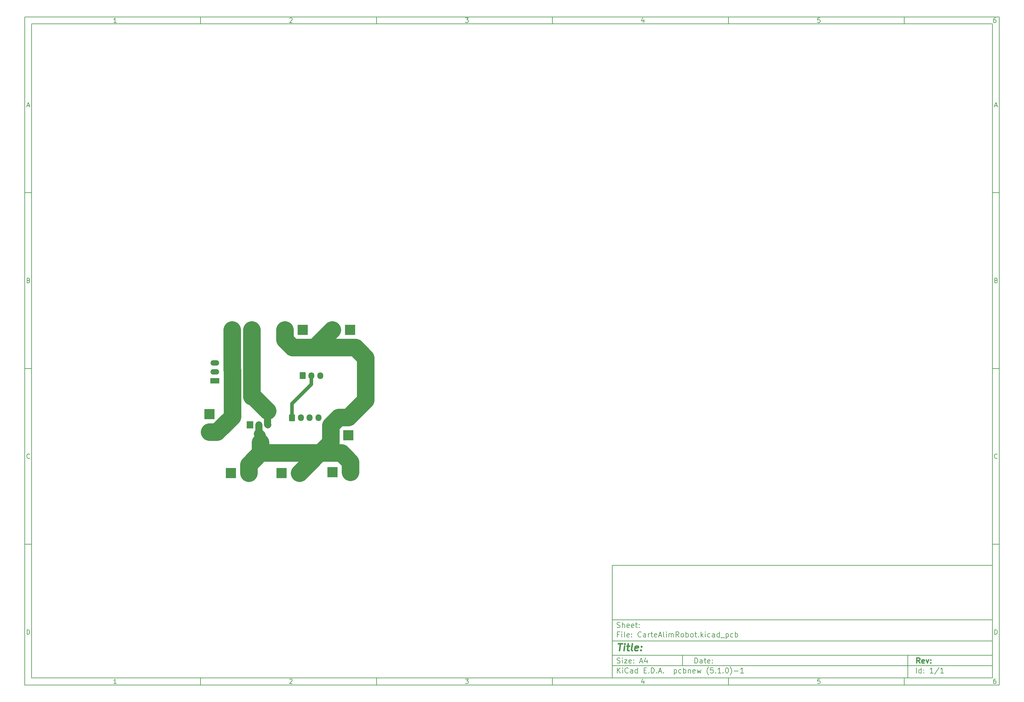
<source format=gbl>
G04 #@! TF.GenerationSoftware,KiCad,Pcbnew,(5.1.0)-1*
G04 #@! TF.CreationDate,2021-10-29T22:54:01+02:00*
G04 #@! TF.ProjectId,CarteAlimRobot,43617274-6541-46c6-996d-526f626f742e,rev?*
G04 #@! TF.SameCoordinates,Original*
G04 #@! TF.FileFunction,Copper,L2,Bot*
G04 #@! TF.FilePolarity,Positive*
%FSLAX46Y46*%
G04 Gerber Fmt 4.6, Leading zero omitted, Abs format (unit mm)*
G04 Created by KiCad (PCBNEW (5.1.0)-1) date 2021-10-29 22:54:01*
%MOMM*%
%LPD*%
G04 APERTURE LIST*
%ADD10C,0.100000*%
%ADD11C,0.150000*%
%ADD12C,0.300000*%
%ADD13C,0.400000*%
%ADD14C,1.700000*%
%ADD15O,1.700000X1.950000*%
%ADD16R,2.500000X1.500000*%
%ADD17O,2.500000X1.500000*%
%ADD18R,3.000000X3.000000*%
%ADD19C,3.000000*%
%ADD20R,1.905000X2.000000*%
%ADD21O,1.905000X2.000000*%
%ADD22C,1.600000*%
%ADD23C,5.000000*%
%ADD24C,3.000000*%
%ADD25C,2.000000*%
%ADD26C,1.000000*%
G04 APERTURE END LIST*
D10*
D11*
X177002200Y-166007200D02*
X177002200Y-198007200D01*
X285002200Y-198007200D01*
X285002200Y-166007200D01*
X177002200Y-166007200D01*
D10*
D11*
X10000000Y-10000000D02*
X10000000Y-200007200D01*
X287002200Y-200007200D01*
X287002200Y-10000000D01*
X10000000Y-10000000D01*
D10*
D11*
X12000000Y-12000000D02*
X12000000Y-198007200D01*
X285002200Y-198007200D01*
X285002200Y-12000000D01*
X12000000Y-12000000D01*
D10*
D11*
X60000000Y-12000000D02*
X60000000Y-10000000D01*
D10*
D11*
X110000000Y-12000000D02*
X110000000Y-10000000D01*
D10*
D11*
X160000000Y-12000000D02*
X160000000Y-10000000D01*
D10*
D11*
X210000000Y-12000000D02*
X210000000Y-10000000D01*
D10*
D11*
X260000000Y-12000000D02*
X260000000Y-10000000D01*
D10*
D11*
X36065476Y-11588095D02*
X35322619Y-11588095D01*
X35694047Y-11588095D02*
X35694047Y-10288095D01*
X35570238Y-10473809D01*
X35446428Y-10597619D01*
X35322619Y-10659523D01*
D10*
D11*
X85322619Y-10411904D02*
X85384523Y-10350000D01*
X85508333Y-10288095D01*
X85817857Y-10288095D01*
X85941666Y-10350000D01*
X86003571Y-10411904D01*
X86065476Y-10535714D01*
X86065476Y-10659523D01*
X86003571Y-10845238D01*
X85260714Y-11588095D01*
X86065476Y-11588095D01*
D10*
D11*
X135260714Y-10288095D02*
X136065476Y-10288095D01*
X135632142Y-10783333D01*
X135817857Y-10783333D01*
X135941666Y-10845238D01*
X136003571Y-10907142D01*
X136065476Y-11030952D01*
X136065476Y-11340476D01*
X136003571Y-11464285D01*
X135941666Y-11526190D01*
X135817857Y-11588095D01*
X135446428Y-11588095D01*
X135322619Y-11526190D01*
X135260714Y-11464285D01*
D10*
D11*
X185941666Y-10721428D02*
X185941666Y-11588095D01*
X185632142Y-10226190D02*
X185322619Y-11154761D01*
X186127380Y-11154761D01*
D10*
D11*
X236003571Y-10288095D02*
X235384523Y-10288095D01*
X235322619Y-10907142D01*
X235384523Y-10845238D01*
X235508333Y-10783333D01*
X235817857Y-10783333D01*
X235941666Y-10845238D01*
X236003571Y-10907142D01*
X236065476Y-11030952D01*
X236065476Y-11340476D01*
X236003571Y-11464285D01*
X235941666Y-11526190D01*
X235817857Y-11588095D01*
X235508333Y-11588095D01*
X235384523Y-11526190D01*
X235322619Y-11464285D01*
D10*
D11*
X285941666Y-10288095D02*
X285694047Y-10288095D01*
X285570238Y-10350000D01*
X285508333Y-10411904D01*
X285384523Y-10597619D01*
X285322619Y-10845238D01*
X285322619Y-11340476D01*
X285384523Y-11464285D01*
X285446428Y-11526190D01*
X285570238Y-11588095D01*
X285817857Y-11588095D01*
X285941666Y-11526190D01*
X286003571Y-11464285D01*
X286065476Y-11340476D01*
X286065476Y-11030952D01*
X286003571Y-10907142D01*
X285941666Y-10845238D01*
X285817857Y-10783333D01*
X285570238Y-10783333D01*
X285446428Y-10845238D01*
X285384523Y-10907142D01*
X285322619Y-11030952D01*
D10*
D11*
X60000000Y-198007200D02*
X60000000Y-200007200D01*
D10*
D11*
X110000000Y-198007200D02*
X110000000Y-200007200D01*
D10*
D11*
X160000000Y-198007200D02*
X160000000Y-200007200D01*
D10*
D11*
X210000000Y-198007200D02*
X210000000Y-200007200D01*
D10*
D11*
X260000000Y-198007200D02*
X260000000Y-200007200D01*
D10*
D11*
X36065476Y-199595295D02*
X35322619Y-199595295D01*
X35694047Y-199595295D02*
X35694047Y-198295295D01*
X35570238Y-198481009D01*
X35446428Y-198604819D01*
X35322619Y-198666723D01*
D10*
D11*
X85322619Y-198419104D02*
X85384523Y-198357200D01*
X85508333Y-198295295D01*
X85817857Y-198295295D01*
X85941666Y-198357200D01*
X86003571Y-198419104D01*
X86065476Y-198542914D01*
X86065476Y-198666723D01*
X86003571Y-198852438D01*
X85260714Y-199595295D01*
X86065476Y-199595295D01*
D10*
D11*
X135260714Y-198295295D02*
X136065476Y-198295295D01*
X135632142Y-198790533D01*
X135817857Y-198790533D01*
X135941666Y-198852438D01*
X136003571Y-198914342D01*
X136065476Y-199038152D01*
X136065476Y-199347676D01*
X136003571Y-199471485D01*
X135941666Y-199533390D01*
X135817857Y-199595295D01*
X135446428Y-199595295D01*
X135322619Y-199533390D01*
X135260714Y-199471485D01*
D10*
D11*
X185941666Y-198728628D02*
X185941666Y-199595295D01*
X185632142Y-198233390D02*
X185322619Y-199161961D01*
X186127380Y-199161961D01*
D10*
D11*
X236003571Y-198295295D02*
X235384523Y-198295295D01*
X235322619Y-198914342D01*
X235384523Y-198852438D01*
X235508333Y-198790533D01*
X235817857Y-198790533D01*
X235941666Y-198852438D01*
X236003571Y-198914342D01*
X236065476Y-199038152D01*
X236065476Y-199347676D01*
X236003571Y-199471485D01*
X235941666Y-199533390D01*
X235817857Y-199595295D01*
X235508333Y-199595295D01*
X235384523Y-199533390D01*
X235322619Y-199471485D01*
D10*
D11*
X285941666Y-198295295D02*
X285694047Y-198295295D01*
X285570238Y-198357200D01*
X285508333Y-198419104D01*
X285384523Y-198604819D01*
X285322619Y-198852438D01*
X285322619Y-199347676D01*
X285384523Y-199471485D01*
X285446428Y-199533390D01*
X285570238Y-199595295D01*
X285817857Y-199595295D01*
X285941666Y-199533390D01*
X286003571Y-199471485D01*
X286065476Y-199347676D01*
X286065476Y-199038152D01*
X286003571Y-198914342D01*
X285941666Y-198852438D01*
X285817857Y-198790533D01*
X285570238Y-198790533D01*
X285446428Y-198852438D01*
X285384523Y-198914342D01*
X285322619Y-199038152D01*
D10*
D11*
X10000000Y-60000000D02*
X12000000Y-60000000D01*
D10*
D11*
X10000000Y-110000000D02*
X12000000Y-110000000D01*
D10*
D11*
X10000000Y-160000000D02*
X12000000Y-160000000D01*
D10*
D11*
X10690476Y-35216666D02*
X11309523Y-35216666D01*
X10566666Y-35588095D02*
X11000000Y-34288095D01*
X11433333Y-35588095D01*
D10*
D11*
X11092857Y-84907142D02*
X11278571Y-84969047D01*
X11340476Y-85030952D01*
X11402380Y-85154761D01*
X11402380Y-85340476D01*
X11340476Y-85464285D01*
X11278571Y-85526190D01*
X11154761Y-85588095D01*
X10659523Y-85588095D01*
X10659523Y-84288095D01*
X11092857Y-84288095D01*
X11216666Y-84350000D01*
X11278571Y-84411904D01*
X11340476Y-84535714D01*
X11340476Y-84659523D01*
X11278571Y-84783333D01*
X11216666Y-84845238D01*
X11092857Y-84907142D01*
X10659523Y-84907142D01*
D10*
D11*
X11402380Y-135464285D02*
X11340476Y-135526190D01*
X11154761Y-135588095D01*
X11030952Y-135588095D01*
X10845238Y-135526190D01*
X10721428Y-135402380D01*
X10659523Y-135278571D01*
X10597619Y-135030952D01*
X10597619Y-134845238D01*
X10659523Y-134597619D01*
X10721428Y-134473809D01*
X10845238Y-134350000D01*
X11030952Y-134288095D01*
X11154761Y-134288095D01*
X11340476Y-134350000D01*
X11402380Y-134411904D01*
D10*
D11*
X10659523Y-185588095D02*
X10659523Y-184288095D01*
X10969047Y-184288095D01*
X11154761Y-184350000D01*
X11278571Y-184473809D01*
X11340476Y-184597619D01*
X11402380Y-184845238D01*
X11402380Y-185030952D01*
X11340476Y-185278571D01*
X11278571Y-185402380D01*
X11154761Y-185526190D01*
X10969047Y-185588095D01*
X10659523Y-185588095D01*
D10*
D11*
X287002200Y-60000000D02*
X285002200Y-60000000D01*
D10*
D11*
X287002200Y-110000000D02*
X285002200Y-110000000D01*
D10*
D11*
X287002200Y-160000000D02*
X285002200Y-160000000D01*
D10*
D11*
X285692676Y-35216666D02*
X286311723Y-35216666D01*
X285568866Y-35588095D02*
X286002200Y-34288095D01*
X286435533Y-35588095D01*
D10*
D11*
X286095057Y-84907142D02*
X286280771Y-84969047D01*
X286342676Y-85030952D01*
X286404580Y-85154761D01*
X286404580Y-85340476D01*
X286342676Y-85464285D01*
X286280771Y-85526190D01*
X286156961Y-85588095D01*
X285661723Y-85588095D01*
X285661723Y-84288095D01*
X286095057Y-84288095D01*
X286218866Y-84350000D01*
X286280771Y-84411904D01*
X286342676Y-84535714D01*
X286342676Y-84659523D01*
X286280771Y-84783333D01*
X286218866Y-84845238D01*
X286095057Y-84907142D01*
X285661723Y-84907142D01*
D10*
D11*
X286404580Y-135464285D02*
X286342676Y-135526190D01*
X286156961Y-135588095D01*
X286033152Y-135588095D01*
X285847438Y-135526190D01*
X285723628Y-135402380D01*
X285661723Y-135278571D01*
X285599819Y-135030952D01*
X285599819Y-134845238D01*
X285661723Y-134597619D01*
X285723628Y-134473809D01*
X285847438Y-134350000D01*
X286033152Y-134288095D01*
X286156961Y-134288095D01*
X286342676Y-134350000D01*
X286404580Y-134411904D01*
D10*
D11*
X285661723Y-185588095D02*
X285661723Y-184288095D01*
X285971247Y-184288095D01*
X286156961Y-184350000D01*
X286280771Y-184473809D01*
X286342676Y-184597619D01*
X286404580Y-184845238D01*
X286404580Y-185030952D01*
X286342676Y-185278571D01*
X286280771Y-185402380D01*
X286156961Y-185526190D01*
X285971247Y-185588095D01*
X285661723Y-185588095D01*
D10*
D11*
X200434342Y-193785771D02*
X200434342Y-192285771D01*
X200791485Y-192285771D01*
X201005771Y-192357200D01*
X201148628Y-192500057D01*
X201220057Y-192642914D01*
X201291485Y-192928628D01*
X201291485Y-193142914D01*
X201220057Y-193428628D01*
X201148628Y-193571485D01*
X201005771Y-193714342D01*
X200791485Y-193785771D01*
X200434342Y-193785771D01*
X202577200Y-193785771D02*
X202577200Y-193000057D01*
X202505771Y-192857200D01*
X202362914Y-192785771D01*
X202077200Y-192785771D01*
X201934342Y-192857200D01*
X202577200Y-193714342D02*
X202434342Y-193785771D01*
X202077200Y-193785771D01*
X201934342Y-193714342D01*
X201862914Y-193571485D01*
X201862914Y-193428628D01*
X201934342Y-193285771D01*
X202077200Y-193214342D01*
X202434342Y-193214342D01*
X202577200Y-193142914D01*
X203077200Y-192785771D02*
X203648628Y-192785771D01*
X203291485Y-192285771D02*
X203291485Y-193571485D01*
X203362914Y-193714342D01*
X203505771Y-193785771D01*
X203648628Y-193785771D01*
X204720057Y-193714342D02*
X204577200Y-193785771D01*
X204291485Y-193785771D01*
X204148628Y-193714342D01*
X204077200Y-193571485D01*
X204077200Y-193000057D01*
X204148628Y-192857200D01*
X204291485Y-192785771D01*
X204577200Y-192785771D01*
X204720057Y-192857200D01*
X204791485Y-193000057D01*
X204791485Y-193142914D01*
X204077200Y-193285771D01*
X205434342Y-193642914D02*
X205505771Y-193714342D01*
X205434342Y-193785771D01*
X205362914Y-193714342D01*
X205434342Y-193642914D01*
X205434342Y-193785771D01*
X205434342Y-192857200D02*
X205505771Y-192928628D01*
X205434342Y-193000057D01*
X205362914Y-192928628D01*
X205434342Y-192857200D01*
X205434342Y-193000057D01*
D10*
D11*
X177002200Y-194507200D02*
X285002200Y-194507200D01*
D10*
D11*
X178434342Y-196585771D02*
X178434342Y-195085771D01*
X179291485Y-196585771D02*
X178648628Y-195728628D01*
X179291485Y-195085771D02*
X178434342Y-195942914D01*
X179934342Y-196585771D02*
X179934342Y-195585771D01*
X179934342Y-195085771D02*
X179862914Y-195157200D01*
X179934342Y-195228628D01*
X180005771Y-195157200D01*
X179934342Y-195085771D01*
X179934342Y-195228628D01*
X181505771Y-196442914D02*
X181434342Y-196514342D01*
X181220057Y-196585771D01*
X181077200Y-196585771D01*
X180862914Y-196514342D01*
X180720057Y-196371485D01*
X180648628Y-196228628D01*
X180577200Y-195942914D01*
X180577200Y-195728628D01*
X180648628Y-195442914D01*
X180720057Y-195300057D01*
X180862914Y-195157200D01*
X181077200Y-195085771D01*
X181220057Y-195085771D01*
X181434342Y-195157200D01*
X181505771Y-195228628D01*
X182791485Y-196585771D02*
X182791485Y-195800057D01*
X182720057Y-195657200D01*
X182577200Y-195585771D01*
X182291485Y-195585771D01*
X182148628Y-195657200D01*
X182791485Y-196514342D02*
X182648628Y-196585771D01*
X182291485Y-196585771D01*
X182148628Y-196514342D01*
X182077200Y-196371485D01*
X182077200Y-196228628D01*
X182148628Y-196085771D01*
X182291485Y-196014342D01*
X182648628Y-196014342D01*
X182791485Y-195942914D01*
X184148628Y-196585771D02*
X184148628Y-195085771D01*
X184148628Y-196514342D02*
X184005771Y-196585771D01*
X183720057Y-196585771D01*
X183577200Y-196514342D01*
X183505771Y-196442914D01*
X183434342Y-196300057D01*
X183434342Y-195871485D01*
X183505771Y-195728628D01*
X183577200Y-195657200D01*
X183720057Y-195585771D01*
X184005771Y-195585771D01*
X184148628Y-195657200D01*
X186005771Y-195800057D02*
X186505771Y-195800057D01*
X186720057Y-196585771D02*
X186005771Y-196585771D01*
X186005771Y-195085771D01*
X186720057Y-195085771D01*
X187362914Y-196442914D02*
X187434342Y-196514342D01*
X187362914Y-196585771D01*
X187291485Y-196514342D01*
X187362914Y-196442914D01*
X187362914Y-196585771D01*
X188077200Y-196585771D02*
X188077200Y-195085771D01*
X188434342Y-195085771D01*
X188648628Y-195157200D01*
X188791485Y-195300057D01*
X188862914Y-195442914D01*
X188934342Y-195728628D01*
X188934342Y-195942914D01*
X188862914Y-196228628D01*
X188791485Y-196371485D01*
X188648628Y-196514342D01*
X188434342Y-196585771D01*
X188077200Y-196585771D01*
X189577200Y-196442914D02*
X189648628Y-196514342D01*
X189577200Y-196585771D01*
X189505771Y-196514342D01*
X189577200Y-196442914D01*
X189577200Y-196585771D01*
X190220057Y-196157200D02*
X190934342Y-196157200D01*
X190077200Y-196585771D02*
X190577200Y-195085771D01*
X191077200Y-196585771D01*
X191577200Y-196442914D02*
X191648628Y-196514342D01*
X191577200Y-196585771D01*
X191505771Y-196514342D01*
X191577200Y-196442914D01*
X191577200Y-196585771D01*
X194577200Y-195585771D02*
X194577200Y-197085771D01*
X194577200Y-195657200D02*
X194720057Y-195585771D01*
X195005771Y-195585771D01*
X195148628Y-195657200D01*
X195220057Y-195728628D01*
X195291485Y-195871485D01*
X195291485Y-196300057D01*
X195220057Y-196442914D01*
X195148628Y-196514342D01*
X195005771Y-196585771D01*
X194720057Y-196585771D01*
X194577200Y-196514342D01*
X196577200Y-196514342D02*
X196434342Y-196585771D01*
X196148628Y-196585771D01*
X196005771Y-196514342D01*
X195934342Y-196442914D01*
X195862914Y-196300057D01*
X195862914Y-195871485D01*
X195934342Y-195728628D01*
X196005771Y-195657200D01*
X196148628Y-195585771D01*
X196434342Y-195585771D01*
X196577200Y-195657200D01*
X197220057Y-196585771D02*
X197220057Y-195085771D01*
X197220057Y-195657200D02*
X197362914Y-195585771D01*
X197648628Y-195585771D01*
X197791485Y-195657200D01*
X197862914Y-195728628D01*
X197934342Y-195871485D01*
X197934342Y-196300057D01*
X197862914Y-196442914D01*
X197791485Y-196514342D01*
X197648628Y-196585771D01*
X197362914Y-196585771D01*
X197220057Y-196514342D01*
X198577200Y-195585771D02*
X198577200Y-196585771D01*
X198577200Y-195728628D02*
X198648628Y-195657200D01*
X198791485Y-195585771D01*
X199005771Y-195585771D01*
X199148628Y-195657200D01*
X199220057Y-195800057D01*
X199220057Y-196585771D01*
X200505771Y-196514342D02*
X200362914Y-196585771D01*
X200077200Y-196585771D01*
X199934342Y-196514342D01*
X199862914Y-196371485D01*
X199862914Y-195800057D01*
X199934342Y-195657200D01*
X200077200Y-195585771D01*
X200362914Y-195585771D01*
X200505771Y-195657200D01*
X200577200Y-195800057D01*
X200577200Y-195942914D01*
X199862914Y-196085771D01*
X201077200Y-195585771D02*
X201362914Y-196585771D01*
X201648628Y-195871485D01*
X201934342Y-196585771D01*
X202220057Y-195585771D01*
X204362914Y-197157200D02*
X204291485Y-197085771D01*
X204148628Y-196871485D01*
X204077200Y-196728628D01*
X204005771Y-196514342D01*
X203934342Y-196157200D01*
X203934342Y-195871485D01*
X204005771Y-195514342D01*
X204077200Y-195300057D01*
X204148628Y-195157200D01*
X204291485Y-194942914D01*
X204362914Y-194871485D01*
X205648628Y-195085771D02*
X204934342Y-195085771D01*
X204862914Y-195800057D01*
X204934342Y-195728628D01*
X205077200Y-195657200D01*
X205434342Y-195657200D01*
X205577200Y-195728628D01*
X205648628Y-195800057D01*
X205720057Y-195942914D01*
X205720057Y-196300057D01*
X205648628Y-196442914D01*
X205577200Y-196514342D01*
X205434342Y-196585771D01*
X205077200Y-196585771D01*
X204934342Y-196514342D01*
X204862914Y-196442914D01*
X206362914Y-196442914D02*
X206434342Y-196514342D01*
X206362914Y-196585771D01*
X206291485Y-196514342D01*
X206362914Y-196442914D01*
X206362914Y-196585771D01*
X207862914Y-196585771D02*
X207005771Y-196585771D01*
X207434342Y-196585771D02*
X207434342Y-195085771D01*
X207291485Y-195300057D01*
X207148628Y-195442914D01*
X207005771Y-195514342D01*
X208505771Y-196442914D02*
X208577200Y-196514342D01*
X208505771Y-196585771D01*
X208434342Y-196514342D01*
X208505771Y-196442914D01*
X208505771Y-196585771D01*
X209505771Y-195085771D02*
X209648628Y-195085771D01*
X209791485Y-195157200D01*
X209862914Y-195228628D01*
X209934342Y-195371485D01*
X210005771Y-195657200D01*
X210005771Y-196014342D01*
X209934342Y-196300057D01*
X209862914Y-196442914D01*
X209791485Y-196514342D01*
X209648628Y-196585771D01*
X209505771Y-196585771D01*
X209362914Y-196514342D01*
X209291485Y-196442914D01*
X209220057Y-196300057D01*
X209148628Y-196014342D01*
X209148628Y-195657200D01*
X209220057Y-195371485D01*
X209291485Y-195228628D01*
X209362914Y-195157200D01*
X209505771Y-195085771D01*
X210505771Y-197157200D02*
X210577200Y-197085771D01*
X210720057Y-196871485D01*
X210791485Y-196728628D01*
X210862914Y-196514342D01*
X210934342Y-196157200D01*
X210934342Y-195871485D01*
X210862914Y-195514342D01*
X210791485Y-195300057D01*
X210720057Y-195157200D01*
X210577200Y-194942914D01*
X210505771Y-194871485D01*
X211648628Y-196014342D02*
X212791485Y-196014342D01*
X214291485Y-196585771D02*
X213434342Y-196585771D01*
X213862914Y-196585771D02*
X213862914Y-195085771D01*
X213720057Y-195300057D01*
X213577200Y-195442914D01*
X213434342Y-195514342D01*
D10*
D11*
X177002200Y-191507200D02*
X285002200Y-191507200D01*
D10*
D12*
X264411485Y-193785771D02*
X263911485Y-193071485D01*
X263554342Y-193785771D02*
X263554342Y-192285771D01*
X264125771Y-192285771D01*
X264268628Y-192357200D01*
X264340057Y-192428628D01*
X264411485Y-192571485D01*
X264411485Y-192785771D01*
X264340057Y-192928628D01*
X264268628Y-193000057D01*
X264125771Y-193071485D01*
X263554342Y-193071485D01*
X265625771Y-193714342D02*
X265482914Y-193785771D01*
X265197200Y-193785771D01*
X265054342Y-193714342D01*
X264982914Y-193571485D01*
X264982914Y-193000057D01*
X265054342Y-192857200D01*
X265197200Y-192785771D01*
X265482914Y-192785771D01*
X265625771Y-192857200D01*
X265697200Y-193000057D01*
X265697200Y-193142914D01*
X264982914Y-193285771D01*
X266197200Y-192785771D02*
X266554342Y-193785771D01*
X266911485Y-192785771D01*
X267482914Y-193642914D02*
X267554342Y-193714342D01*
X267482914Y-193785771D01*
X267411485Y-193714342D01*
X267482914Y-193642914D01*
X267482914Y-193785771D01*
X267482914Y-192857200D02*
X267554342Y-192928628D01*
X267482914Y-193000057D01*
X267411485Y-192928628D01*
X267482914Y-192857200D01*
X267482914Y-193000057D01*
D10*
D11*
X178362914Y-193714342D02*
X178577200Y-193785771D01*
X178934342Y-193785771D01*
X179077200Y-193714342D01*
X179148628Y-193642914D01*
X179220057Y-193500057D01*
X179220057Y-193357200D01*
X179148628Y-193214342D01*
X179077200Y-193142914D01*
X178934342Y-193071485D01*
X178648628Y-193000057D01*
X178505771Y-192928628D01*
X178434342Y-192857200D01*
X178362914Y-192714342D01*
X178362914Y-192571485D01*
X178434342Y-192428628D01*
X178505771Y-192357200D01*
X178648628Y-192285771D01*
X179005771Y-192285771D01*
X179220057Y-192357200D01*
X179862914Y-193785771D02*
X179862914Y-192785771D01*
X179862914Y-192285771D02*
X179791485Y-192357200D01*
X179862914Y-192428628D01*
X179934342Y-192357200D01*
X179862914Y-192285771D01*
X179862914Y-192428628D01*
X180434342Y-192785771D02*
X181220057Y-192785771D01*
X180434342Y-193785771D01*
X181220057Y-193785771D01*
X182362914Y-193714342D02*
X182220057Y-193785771D01*
X181934342Y-193785771D01*
X181791485Y-193714342D01*
X181720057Y-193571485D01*
X181720057Y-193000057D01*
X181791485Y-192857200D01*
X181934342Y-192785771D01*
X182220057Y-192785771D01*
X182362914Y-192857200D01*
X182434342Y-193000057D01*
X182434342Y-193142914D01*
X181720057Y-193285771D01*
X183077200Y-193642914D02*
X183148628Y-193714342D01*
X183077200Y-193785771D01*
X183005771Y-193714342D01*
X183077200Y-193642914D01*
X183077200Y-193785771D01*
X183077200Y-192857200D02*
X183148628Y-192928628D01*
X183077200Y-193000057D01*
X183005771Y-192928628D01*
X183077200Y-192857200D01*
X183077200Y-193000057D01*
X184862914Y-193357200D02*
X185577200Y-193357200D01*
X184720057Y-193785771D02*
X185220057Y-192285771D01*
X185720057Y-193785771D01*
X186862914Y-192785771D02*
X186862914Y-193785771D01*
X186505771Y-192214342D02*
X186148628Y-193285771D01*
X187077200Y-193285771D01*
D10*
D11*
X263434342Y-196585771D02*
X263434342Y-195085771D01*
X264791485Y-196585771D02*
X264791485Y-195085771D01*
X264791485Y-196514342D02*
X264648628Y-196585771D01*
X264362914Y-196585771D01*
X264220057Y-196514342D01*
X264148628Y-196442914D01*
X264077200Y-196300057D01*
X264077200Y-195871485D01*
X264148628Y-195728628D01*
X264220057Y-195657200D01*
X264362914Y-195585771D01*
X264648628Y-195585771D01*
X264791485Y-195657200D01*
X265505771Y-196442914D02*
X265577200Y-196514342D01*
X265505771Y-196585771D01*
X265434342Y-196514342D01*
X265505771Y-196442914D01*
X265505771Y-196585771D01*
X265505771Y-195657200D02*
X265577200Y-195728628D01*
X265505771Y-195800057D01*
X265434342Y-195728628D01*
X265505771Y-195657200D01*
X265505771Y-195800057D01*
X268148628Y-196585771D02*
X267291485Y-196585771D01*
X267720057Y-196585771D02*
X267720057Y-195085771D01*
X267577200Y-195300057D01*
X267434342Y-195442914D01*
X267291485Y-195514342D01*
X269862914Y-195014342D02*
X268577200Y-196942914D01*
X271148628Y-196585771D02*
X270291485Y-196585771D01*
X270720057Y-196585771D02*
X270720057Y-195085771D01*
X270577200Y-195300057D01*
X270434342Y-195442914D01*
X270291485Y-195514342D01*
D10*
D11*
X177002200Y-187507200D02*
X285002200Y-187507200D01*
D10*
D13*
X178714580Y-188211961D02*
X179857438Y-188211961D01*
X179036009Y-190211961D02*
X179286009Y-188211961D01*
X180274104Y-190211961D02*
X180440771Y-188878628D01*
X180524104Y-188211961D02*
X180416961Y-188307200D01*
X180500295Y-188402438D01*
X180607438Y-188307200D01*
X180524104Y-188211961D01*
X180500295Y-188402438D01*
X181107438Y-188878628D02*
X181869342Y-188878628D01*
X181476485Y-188211961D02*
X181262200Y-189926247D01*
X181333628Y-190116723D01*
X181512200Y-190211961D01*
X181702676Y-190211961D01*
X182655057Y-190211961D02*
X182476485Y-190116723D01*
X182405057Y-189926247D01*
X182619342Y-188211961D01*
X184190771Y-190116723D02*
X183988390Y-190211961D01*
X183607438Y-190211961D01*
X183428866Y-190116723D01*
X183357438Y-189926247D01*
X183452676Y-189164342D01*
X183571723Y-188973866D01*
X183774104Y-188878628D01*
X184155057Y-188878628D01*
X184333628Y-188973866D01*
X184405057Y-189164342D01*
X184381247Y-189354819D01*
X183405057Y-189545295D01*
X185155057Y-190021485D02*
X185238390Y-190116723D01*
X185131247Y-190211961D01*
X185047914Y-190116723D01*
X185155057Y-190021485D01*
X185131247Y-190211961D01*
X185286009Y-188973866D02*
X185369342Y-189069104D01*
X185262200Y-189164342D01*
X185178866Y-189069104D01*
X185286009Y-188973866D01*
X185262200Y-189164342D01*
D10*
D11*
X178934342Y-185600057D02*
X178434342Y-185600057D01*
X178434342Y-186385771D02*
X178434342Y-184885771D01*
X179148628Y-184885771D01*
X179720057Y-186385771D02*
X179720057Y-185385771D01*
X179720057Y-184885771D02*
X179648628Y-184957200D01*
X179720057Y-185028628D01*
X179791485Y-184957200D01*
X179720057Y-184885771D01*
X179720057Y-185028628D01*
X180648628Y-186385771D02*
X180505771Y-186314342D01*
X180434342Y-186171485D01*
X180434342Y-184885771D01*
X181791485Y-186314342D02*
X181648628Y-186385771D01*
X181362914Y-186385771D01*
X181220057Y-186314342D01*
X181148628Y-186171485D01*
X181148628Y-185600057D01*
X181220057Y-185457200D01*
X181362914Y-185385771D01*
X181648628Y-185385771D01*
X181791485Y-185457200D01*
X181862914Y-185600057D01*
X181862914Y-185742914D01*
X181148628Y-185885771D01*
X182505771Y-186242914D02*
X182577200Y-186314342D01*
X182505771Y-186385771D01*
X182434342Y-186314342D01*
X182505771Y-186242914D01*
X182505771Y-186385771D01*
X182505771Y-185457200D02*
X182577200Y-185528628D01*
X182505771Y-185600057D01*
X182434342Y-185528628D01*
X182505771Y-185457200D01*
X182505771Y-185600057D01*
X185220057Y-186242914D02*
X185148628Y-186314342D01*
X184934342Y-186385771D01*
X184791485Y-186385771D01*
X184577200Y-186314342D01*
X184434342Y-186171485D01*
X184362914Y-186028628D01*
X184291485Y-185742914D01*
X184291485Y-185528628D01*
X184362914Y-185242914D01*
X184434342Y-185100057D01*
X184577200Y-184957200D01*
X184791485Y-184885771D01*
X184934342Y-184885771D01*
X185148628Y-184957200D01*
X185220057Y-185028628D01*
X186505771Y-186385771D02*
X186505771Y-185600057D01*
X186434342Y-185457200D01*
X186291485Y-185385771D01*
X186005771Y-185385771D01*
X185862914Y-185457200D01*
X186505771Y-186314342D02*
X186362914Y-186385771D01*
X186005771Y-186385771D01*
X185862914Y-186314342D01*
X185791485Y-186171485D01*
X185791485Y-186028628D01*
X185862914Y-185885771D01*
X186005771Y-185814342D01*
X186362914Y-185814342D01*
X186505771Y-185742914D01*
X187220057Y-186385771D02*
X187220057Y-185385771D01*
X187220057Y-185671485D02*
X187291485Y-185528628D01*
X187362914Y-185457200D01*
X187505771Y-185385771D01*
X187648628Y-185385771D01*
X187934342Y-185385771D02*
X188505771Y-185385771D01*
X188148628Y-184885771D02*
X188148628Y-186171485D01*
X188220057Y-186314342D01*
X188362914Y-186385771D01*
X188505771Y-186385771D01*
X189577200Y-186314342D02*
X189434342Y-186385771D01*
X189148628Y-186385771D01*
X189005771Y-186314342D01*
X188934342Y-186171485D01*
X188934342Y-185600057D01*
X189005771Y-185457200D01*
X189148628Y-185385771D01*
X189434342Y-185385771D01*
X189577200Y-185457200D01*
X189648628Y-185600057D01*
X189648628Y-185742914D01*
X188934342Y-185885771D01*
X190220057Y-185957200D02*
X190934342Y-185957200D01*
X190077200Y-186385771D02*
X190577200Y-184885771D01*
X191077200Y-186385771D01*
X191791485Y-186385771D02*
X191648628Y-186314342D01*
X191577200Y-186171485D01*
X191577200Y-184885771D01*
X192362914Y-186385771D02*
X192362914Y-185385771D01*
X192362914Y-184885771D02*
X192291485Y-184957200D01*
X192362914Y-185028628D01*
X192434342Y-184957200D01*
X192362914Y-184885771D01*
X192362914Y-185028628D01*
X193077200Y-186385771D02*
X193077200Y-185385771D01*
X193077200Y-185528628D02*
X193148628Y-185457200D01*
X193291485Y-185385771D01*
X193505771Y-185385771D01*
X193648628Y-185457200D01*
X193720057Y-185600057D01*
X193720057Y-186385771D01*
X193720057Y-185600057D02*
X193791485Y-185457200D01*
X193934342Y-185385771D01*
X194148628Y-185385771D01*
X194291485Y-185457200D01*
X194362914Y-185600057D01*
X194362914Y-186385771D01*
X195934342Y-186385771D02*
X195434342Y-185671485D01*
X195077200Y-186385771D02*
X195077200Y-184885771D01*
X195648628Y-184885771D01*
X195791485Y-184957200D01*
X195862914Y-185028628D01*
X195934342Y-185171485D01*
X195934342Y-185385771D01*
X195862914Y-185528628D01*
X195791485Y-185600057D01*
X195648628Y-185671485D01*
X195077200Y-185671485D01*
X196791485Y-186385771D02*
X196648628Y-186314342D01*
X196577200Y-186242914D01*
X196505771Y-186100057D01*
X196505771Y-185671485D01*
X196577200Y-185528628D01*
X196648628Y-185457200D01*
X196791485Y-185385771D01*
X197005771Y-185385771D01*
X197148628Y-185457200D01*
X197220057Y-185528628D01*
X197291485Y-185671485D01*
X197291485Y-186100057D01*
X197220057Y-186242914D01*
X197148628Y-186314342D01*
X197005771Y-186385771D01*
X196791485Y-186385771D01*
X197934342Y-186385771D02*
X197934342Y-184885771D01*
X197934342Y-185457200D02*
X198077200Y-185385771D01*
X198362914Y-185385771D01*
X198505771Y-185457200D01*
X198577200Y-185528628D01*
X198648628Y-185671485D01*
X198648628Y-186100057D01*
X198577200Y-186242914D01*
X198505771Y-186314342D01*
X198362914Y-186385771D01*
X198077200Y-186385771D01*
X197934342Y-186314342D01*
X199505771Y-186385771D02*
X199362914Y-186314342D01*
X199291485Y-186242914D01*
X199220057Y-186100057D01*
X199220057Y-185671485D01*
X199291485Y-185528628D01*
X199362914Y-185457200D01*
X199505771Y-185385771D01*
X199720057Y-185385771D01*
X199862914Y-185457200D01*
X199934342Y-185528628D01*
X200005771Y-185671485D01*
X200005771Y-186100057D01*
X199934342Y-186242914D01*
X199862914Y-186314342D01*
X199720057Y-186385771D01*
X199505771Y-186385771D01*
X200434342Y-185385771D02*
X201005771Y-185385771D01*
X200648628Y-184885771D02*
X200648628Y-186171485D01*
X200720057Y-186314342D01*
X200862914Y-186385771D01*
X201005771Y-186385771D01*
X201505771Y-186242914D02*
X201577200Y-186314342D01*
X201505771Y-186385771D01*
X201434342Y-186314342D01*
X201505771Y-186242914D01*
X201505771Y-186385771D01*
X202220057Y-186385771D02*
X202220057Y-184885771D01*
X202362914Y-185814342D02*
X202791485Y-186385771D01*
X202791485Y-185385771D02*
X202220057Y-185957200D01*
X203434342Y-186385771D02*
X203434342Y-185385771D01*
X203434342Y-184885771D02*
X203362914Y-184957200D01*
X203434342Y-185028628D01*
X203505771Y-184957200D01*
X203434342Y-184885771D01*
X203434342Y-185028628D01*
X204791485Y-186314342D02*
X204648628Y-186385771D01*
X204362914Y-186385771D01*
X204220057Y-186314342D01*
X204148628Y-186242914D01*
X204077200Y-186100057D01*
X204077200Y-185671485D01*
X204148628Y-185528628D01*
X204220057Y-185457200D01*
X204362914Y-185385771D01*
X204648628Y-185385771D01*
X204791485Y-185457200D01*
X206077200Y-186385771D02*
X206077200Y-185600057D01*
X206005771Y-185457200D01*
X205862914Y-185385771D01*
X205577200Y-185385771D01*
X205434342Y-185457200D01*
X206077200Y-186314342D02*
X205934342Y-186385771D01*
X205577200Y-186385771D01*
X205434342Y-186314342D01*
X205362914Y-186171485D01*
X205362914Y-186028628D01*
X205434342Y-185885771D01*
X205577200Y-185814342D01*
X205934342Y-185814342D01*
X206077200Y-185742914D01*
X207434342Y-186385771D02*
X207434342Y-184885771D01*
X207434342Y-186314342D02*
X207291485Y-186385771D01*
X207005771Y-186385771D01*
X206862914Y-186314342D01*
X206791485Y-186242914D01*
X206720057Y-186100057D01*
X206720057Y-185671485D01*
X206791485Y-185528628D01*
X206862914Y-185457200D01*
X207005771Y-185385771D01*
X207291485Y-185385771D01*
X207434342Y-185457200D01*
X207791485Y-186528628D02*
X208934342Y-186528628D01*
X209291485Y-185385771D02*
X209291485Y-186885771D01*
X209291485Y-185457200D02*
X209434342Y-185385771D01*
X209720057Y-185385771D01*
X209862914Y-185457200D01*
X209934342Y-185528628D01*
X210005771Y-185671485D01*
X210005771Y-186100057D01*
X209934342Y-186242914D01*
X209862914Y-186314342D01*
X209720057Y-186385771D01*
X209434342Y-186385771D01*
X209291485Y-186314342D01*
X211291485Y-186314342D02*
X211148628Y-186385771D01*
X210862914Y-186385771D01*
X210720057Y-186314342D01*
X210648628Y-186242914D01*
X210577200Y-186100057D01*
X210577200Y-185671485D01*
X210648628Y-185528628D01*
X210720057Y-185457200D01*
X210862914Y-185385771D01*
X211148628Y-185385771D01*
X211291485Y-185457200D01*
X211934342Y-186385771D02*
X211934342Y-184885771D01*
X211934342Y-185457200D02*
X212077200Y-185385771D01*
X212362914Y-185385771D01*
X212505771Y-185457200D01*
X212577200Y-185528628D01*
X212648628Y-185671485D01*
X212648628Y-186100057D01*
X212577200Y-186242914D01*
X212505771Y-186314342D01*
X212362914Y-186385771D01*
X212077200Y-186385771D01*
X211934342Y-186314342D01*
D10*
D11*
X177002200Y-181507200D02*
X285002200Y-181507200D01*
D10*
D11*
X178362914Y-183614342D02*
X178577200Y-183685771D01*
X178934342Y-183685771D01*
X179077200Y-183614342D01*
X179148628Y-183542914D01*
X179220057Y-183400057D01*
X179220057Y-183257200D01*
X179148628Y-183114342D01*
X179077200Y-183042914D01*
X178934342Y-182971485D01*
X178648628Y-182900057D01*
X178505771Y-182828628D01*
X178434342Y-182757200D01*
X178362914Y-182614342D01*
X178362914Y-182471485D01*
X178434342Y-182328628D01*
X178505771Y-182257200D01*
X178648628Y-182185771D01*
X179005771Y-182185771D01*
X179220057Y-182257200D01*
X179862914Y-183685771D02*
X179862914Y-182185771D01*
X180505771Y-183685771D02*
X180505771Y-182900057D01*
X180434342Y-182757200D01*
X180291485Y-182685771D01*
X180077200Y-182685771D01*
X179934342Y-182757200D01*
X179862914Y-182828628D01*
X181791485Y-183614342D02*
X181648628Y-183685771D01*
X181362914Y-183685771D01*
X181220057Y-183614342D01*
X181148628Y-183471485D01*
X181148628Y-182900057D01*
X181220057Y-182757200D01*
X181362914Y-182685771D01*
X181648628Y-182685771D01*
X181791485Y-182757200D01*
X181862914Y-182900057D01*
X181862914Y-183042914D01*
X181148628Y-183185771D01*
X183077200Y-183614342D02*
X182934342Y-183685771D01*
X182648628Y-183685771D01*
X182505771Y-183614342D01*
X182434342Y-183471485D01*
X182434342Y-182900057D01*
X182505771Y-182757200D01*
X182648628Y-182685771D01*
X182934342Y-182685771D01*
X183077200Y-182757200D01*
X183148628Y-182900057D01*
X183148628Y-183042914D01*
X182434342Y-183185771D01*
X183577200Y-182685771D02*
X184148628Y-182685771D01*
X183791485Y-182185771D02*
X183791485Y-183471485D01*
X183862914Y-183614342D01*
X184005771Y-183685771D01*
X184148628Y-183685771D01*
X184648628Y-183542914D02*
X184720057Y-183614342D01*
X184648628Y-183685771D01*
X184577200Y-183614342D01*
X184648628Y-183542914D01*
X184648628Y-183685771D01*
X184648628Y-182757200D02*
X184720057Y-182828628D01*
X184648628Y-182900057D01*
X184577200Y-182828628D01*
X184648628Y-182757200D01*
X184648628Y-182900057D01*
D10*
D11*
X197002200Y-191507200D02*
X197002200Y-194507200D01*
D10*
D11*
X261002200Y-191507200D02*
X261002200Y-198007200D01*
D10*
G36*
X86624504Y-123026204D02*
G01*
X86648773Y-123029804D01*
X86672571Y-123035765D01*
X86695671Y-123044030D01*
X86717849Y-123054520D01*
X86738893Y-123067133D01*
X86758598Y-123081747D01*
X86776777Y-123098223D01*
X86793253Y-123116402D01*
X86807867Y-123136107D01*
X86820480Y-123157151D01*
X86830970Y-123179329D01*
X86839235Y-123202429D01*
X86845196Y-123226227D01*
X86848796Y-123250496D01*
X86850000Y-123275000D01*
X86850000Y-124725000D01*
X86848796Y-124749504D01*
X86845196Y-124773773D01*
X86839235Y-124797571D01*
X86830970Y-124820671D01*
X86820480Y-124842849D01*
X86807867Y-124863893D01*
X86793253Y-124883598D01*
X86776777Y-124901777D01*
X86758598Y-124918253D01*
X86738893Y-124932867D01*
X86717849Y-124945480D01*
X86695671Y-124955970D01*
X86672571Y-124964235D01*
X86648773Y-124970196D01*
X86624504Y-124973796D01*
X86600000Y-124975000D01*
X85400000Y-124975000D01*
X85375496Y-124973796D01*
X85351227Y-124970196D01*
X85327429Y-124964235D01*
X85304329Y-124955970D01*
X85282151Y-124945480D01*
X85261107Y-124932867D01*
X85241402Y-124918253D01*
X85223223Y-124901777D01*
X85206747Y-124883598D01*
X85192133Y-124863893D01*
X85179520Y-124842849D01*
X85169030Y-124820671D01*
X85160765Y-124797571D01*
X85154804Y-124773773D01*
X85151204Y-124749504D01*
X85150000Y-124725000D01*
X85150000Y-123275000D01*
X85151204Y-123250496D01*
X85154804Y-123226227D01*
X85160765Y-123202429D01*
X85169030Y-123179329D01*
X85179520Y-123157151D01*
X85192133Y-123136107D01*
X85206747Y-123116402D01*
X85223223Y-123098223D01*
X85241402Y-123081747D01*
X85261107Y-123067133D01*
X85282151Y-123054520D01*
X85304329Y-123044030D01*
X85327429Y-123035765D01*
X85351227Y-123029804D01*
X85375496Y-123026204D01*
X85400000Y-123025000D01*
X86600000Y-123025000D01*
X86624504Y-123026204D01*
X86624504Y-123026204D01*
G37*
D14*
X86000000Y-124000000D03*
D15*
X88500000Y-124000000D03*
X91000000Y-124000000D03*
X93500000Y-124000000D03*
D16*
X64000000Y-113500000D03*
D17*
X64000000Y-110960000D03*
X64000000Y-108420000D03*
D18*
X89000000Y-99000000D03*
D19*
X83920000Y-99000000D03*
D20*
X74000000Y-126000000D03*
D21*
X76540000Y-126000000D03*
X79080000Y-126000000D03*
D10*
G36*
X89624504Y-111026204D02*
G01*
X89648773Y-111029804D01*
X89672571Y-111035765D01*
X89695671Y-111044030D01*
X89717849Y-111054520D01*
X89738893Y-111067133D01*
X89758598Y-111081747D01*
X89776777Y-111098223D01*
X89793253Y-111116402D01*
X89807867Y-111136107D01*
X89820480Y-111157151D01*
X89830970Y-111179329D01*
X89839235Y-111202429D01*
X89845196Y-111226227D01*
X89848796Y-111250496D01*
X89850000Y-111275000D01*
X89850000Y-112725000D01*
X89848796Y-112749504D01*
X89845196Y-112773773D01*
X89839235Y-112797571D01*
X89830970Y-112820671D01*
X89820480Y-112842849D01*
X89807867Y-112863893D01*
X89793253Y-112883598D01*
X89776777Y-112901777D01*
X89758598Y-112918253D01*
X89738893Y-112932867D01*
X89717849Y-112945480D01*
X89695671Y-112955970D01*
X89672571Y-112964235D01*
X89648773Y-112970196D01*
X89624504Y-112973796D01*
X89600000Y-112975000D01*
X88400000Y-112975000D01*
X88375496Y-112973796D01*
X88351227Y-112970196D01*
X88327429Y-112964235D01*
X88304329Y-112955970D01*
X88282151Y-112945480D01*
X88261107Y-112932867D01*
X88241402Y-112918253D01*
X88223223Y-112901777D01*
X88206747Y-112883598D01*
X88192133Y-112863893D01*
X88179520Y-112842849D01*
X88169030Y-112820671D01*
X88160765Y-112797571D01*
X88154804Y-112773773D01*
X88151204Y-112749504D01*
X88150000Y-112725000D01*
X88150000Y-111275000D01*
X88151204Y-111250496D01*
X88154804Y-111226227D01*
X88160765Y-111202429D01*
X88169030Y-111179329D01*
X88179520Y-111157151D01*
X88192133Y-111136107D01*
X88206747Y-111116402D01*
X88223223Y-111098223D01*
X88241402Y-111081747D01*
X88261107Y-111067133D01*
X88282151Y-111054520D01*
X88304329Y-111044030D01*
X88327429Y-111035765D01*
X88351227Y-111029804D01*
X88375496Y-111026204D01*
X88400000Y-111025000D01*
X89600000Y-111025000D01*
X89624504Y-111026204D01*
X89624504Y-111026204D01*
G37*
D14*
X89000000Y-112000000D03*
D15*
X91500000Y-112000000D03*
X94000000Y-112000000D03*
D19*
X68920000Y-99000000D03*
D18*
X74000000Y-99000000D03*
X62500000Y-123000000D03*
D19*
X62500000Y-128080000D03*
D18*
X102500000Y-99000000D03*
D19*
X97420000Y-99000000D03*
X102580000Y-139500000D03*
D18*
X97500000Y-139500000D03*
X68580000Y-139700000D03*
D19*
X73660000Y-139700000D03*
X102000000Y-123920000D03*
D18*
X102000000Y-129000000D03*
D19*
X88080000Y-139700000D03*
D18*
X83000000Y-139700000D03*
D22*
X68540000Y-110960000D03*
D23*
X64621320Y-128080000D02*
X69000000Y-123701320D01*
X62500000Y-128080000D02*
X64621320Y-128080000D01*
X68920000Y-110420000D02*
X68920000Y-99000000D01*
X69000000Y-110500000D02*
X68920000Y-110420000D01*
X69000000Y-123701320D02*
X69000000Y-110500000D01*
D24*
X74000000Y-99000000D02*
X75000000Y-99000000D01*
D23*
X74500000Y-99000000D02*
X74500000Y-118000000D01*
X75000000Y-118000000D02*
X79000000Y-122000000D01*
D25*
X79000000Y-125920000D02*
X79080000Y-126000000D01*
X79000000Y-122000000D02*
X79000000Y-125920000D01*
X76540000Y-126000000D02*
X76540000Y-128540000D01*
D23*
X73660000Y-139700000D02*
X73660000Y-137340000D01*
X73660000Y-137340000D02*
X77000000Y-134000000D01*
X77000000Y-134000000D02*
X77000000Y-131000000D01*
X102000000Y-123920000D02*
X106920000Y-119000000D01*
X106920000Y-119000000D02*
X106920000Y-106920000D01*
X106920000Y-106920000D02*
X104000000Y-104000000D01*
X83920000Y-101780002D02*
X83920000Y-99000000D01*
X86139998Y-104000000D02*
X83920000Y-101780002D01*
X92420000Y-104000000D02*
X92000000Y-104000000D01*
X97420000Y-99000000D02*
X92420000Y-104000000D01*
X104000000Y-104000000D02*
X92000000Y-104000000D01*
X92000000Y-104000000D02*
X86139998Y-104000000D01*
D24*
X77000000Y-129000000D02*
X76540000Y-128540000D01*
X77000000Y-131000000D02*
X77000000Y-129000000D01*
D23*
X77000000Y-134000000D02*
X94000000Y-134000000D01*
X94000000Y-134000000D02*
X97000000Y-131000000D01*
X99219998Y-123920000D02*
X102000000Y-123920000D01*
X97000000Y-126139998D02*
X99219998Y-123920000D01*
X97000000Y-131000000D02*
X97000000Y-126139998D01*
X93780000Y-134000000D02*
X94000000Y-134000000D01*
X88080000Y-139700000D02*
X93780000Y-134000000D01*
X93780000Y-134000000D02*
X100000000Y-134000000D01*
X102580000Y-136580000D02*
X102580000Y-139500000D01*
X100000000Y-134000000D02*
X102580000Y-136580000D01*
D26*
X91500000Y-112000000D02*
X91500000Y-114500000D01*
X86000000Y-120000000D02*
X86000000Y-124000000D01*
X91500000Y-114500000D02*
X86000000Y-120000000D01*
M02*

</source>
